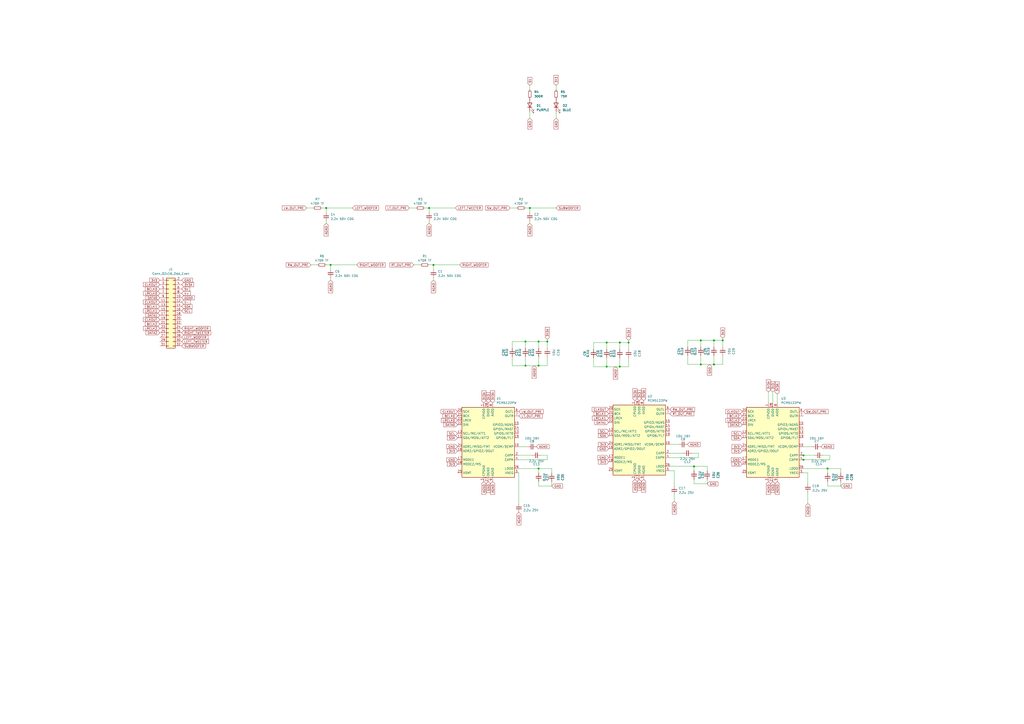
<source format=kicad_sch>
(kicad_sch (version 20231120) (generator "eeschema") (generator_version "8.0")
  (paper "A2")
  (lib_symbols
    (symbol "Audio:PCM5122PW"
      (property "Reference" "U" (at -13.97 21.59 0))
      (property "Value" "PCM5122PW" (at 10.16 21.59 0))
      (symbol "PCM5122PW_0_1"
        (rectangle (start -15.24 20.32) (end 15.24 -20.32) (stroke (width 0.254)) (fill (type background)))
      )
      (symbol "PCM5122PW_1_1"
        (pin power_in line (at -2.54 22.86 270) (length 2.54) (name "CPVDD") (number "1"))
        (pin bidirectional line (at 17.78 -2.54 180) (length 2.54) (name "VCOM/DEMP") (number "10"))
        (pin bidirectional line (at -17.78 2.54 0) (length 2.54) (name "SDA/MOSI/ATT2") (number "11"))
        (pin input line (at -17.78 5.08 0) (length 2.54) (name "SCL/MC/ATT1") (number "12"))
        (pin bidirectional line (at 17.78 5.08 180) (length 2.54) (name "GPIO5/ATT0") (number "13"))
        (pin bidirectional line (at 17.78 7.62 180) (length 2.54) (name "GPIO4/MAST") (number "14"))
        (pin bidirectional line (at 17.78 10.16 180) (length 2.54) (name "GPIO3/AGNS") (number "15"))
        (pin bidirectional line (at -17.78 -5.08 0) (length 2.54) (name "ADR2/GPIO2/DOUT") (number "16"))
        (pin input line (at -17.78 -10.16 0) (length 2.54) (name "MODE1") (number "17"))
        (pin input line (at -17.78 -12.7 0) (length 2.54) (name "MODE2/MS") (number "18"))
        (pin bidirectional line (at 17.78 2.54 180) (length 2.54) (name "GPIO6/FLT") (number "19"))
        (pin passive line (at 17.78 -7.62 180) (length 2.54) (name "CAPP") (number "2"))
        (pin input line (at -17.78 17.78 0) (length 2.54) (name "SCK") (number "20"))
        (pin bidirectional line (at -17.78 15.24 0) (length 2.54) (name "BCK") (number "21"))
        (pin input line (at -17.78 10.16 0) (length 2.54) (name "DIN") (number "22"))
        (pin bidirectional line (at -17.78 12.7 0) (length 2.54) (name "LRCK") (number "23"))
        (pin bidirectional line (at -17.78 -2.54 0) (length 2.54) (name "ADR1/MISO/FMT") (number "24"))
        (pin input line (at -17.78 -17.78 0) (length 2.54) (name "XSMT") (number "25"))
        (pin passive line (at 17.78 -15.24 180) (length 2.54) (name "LDOO") (number "26"))
        (pin power_in line (at 0 -22.86 90) (length 2.54) (name "DGND") (number "27"))
        (pin power_in line (at 0 22.86 270) (length 2.54) (name "DVDD") (number "28"))
        (pin power_in line (at -2.54 -22.86 90) (length 2.54) (name "CPGND") (number "3"))
        (pin passive line (at 17.78 -10.16 180) (length 2.54) (name "CAPM") (number "4"))
        (pin passive line (at 17.78 -17.78 180) (length 2.54) (name "VNEG") (number "5"))
        (pin output line (at 17.78 17.78 180) (length 2.54) (name "OUTL") (number "6"))
        (pin output line (at 17.78 15.24 180) (length 2.54) (name "OUTR") (number "7"))
        (pin power_in line (at 2.54 22.86 270) (length 2.54) (name "AVDD") (number "8"))
        (pin power_in line (at 2.54 -22.86 90) (length 2.54) (name "AGND") (number "9"))
      )
    )
    (symbol "Connector_Generic:Conn_02x16_Odd_Even" (pin_names (offset 1.016) hide)
      (property "Reference" "J" (at 1.27 20.32 0))
      (property "Value" "Conn_02x16_Odd_Even" (at 1.27 -22.86 0))
      (symbol "Conn_02x16_Odd_Even_1_1"
        (rectangle (start -1.27 -20.193) (end 0 -20.447) (stroke (width 0.1524)))
        (rectangle (start -1.27 -17.653) (end 0 -17.907) (stroke (width 0.1524)))
        (rectangle (start -1.27 -15.113) (end 0 -15.367) (stroke (width 0.1524)))
        (rectangle (start -1.27 -12.573) (end 0 -12.827) (stroke (width 0.1524)))
        (rectangle (start -1.27 -10.033) (end 0 -10.287) (stroke (width 0.1524)))
        (rectangle (start -1.27 -7.493) (end 0 -7.747) (stroke (width 0.1524)))
        (rectangle (start -1.27 -4.953) (end 0 -5.207) (stroke (width 0.1524)))
        (rectangle (start -1.27 -2.413) (end 0 -2.667) (stroke (width 0.1524)))
        (rectangle (start -1.27 0.127) (end 0 -0.127) (stroke (width 0.1524)))
        (rectangle (start -1.27 2.667) (end 0 2.413) (stroke (width 0.1524)))
        (rectangle (start -1.27 5.207) (end 0 4.953) (stroke (width 0.1524)))
        (rectangle (start -1.27 7.747) (end 0 7.493) (stroke (width 0.1524)))
        (rectangle (start -1.27 10.287) (end 0 10.033) (stroke (width 0.1524)))
        (rectangle (start -1.27 12.827) (end 0 12.573) (stroke (width 0.1524)))
        (rectangle (start -1.27 15.367) (end 0 15.113) (stroke (width 0.1524)))
        (rectangle (start -1.27 17.907) (end 0 17.653) (stroke (width 0.1524)))
        (rectangle (start -1.27 19.05) (end 3.81 -21.59) (stroke (width 0.254)) (fill (type background)))
        (rectangle (start 3.81 -20.193) (end 2.54 -20.447) (stroke (width 0.1524)))
        (rectangle (start 3.81 -17.653) (end 2.54 -17.907) (stroke (width 0.1524)))
        (rectangle (start 3.81 -15.113) (end 2.54 -15.367) (stroke (width 0.1524)))
        (rectangle (start 3.81 -12.573) (end 2.54 -12.827) (stroke (width 0.1524)))
        (rectangle (start 3.81 -10.033) (end 2.54 -10.287) (stroke (width 0.1524)))
        (rectangle (start 3.81 -7.493) (end 2.54 -7.747) (stroke (width 0.1524)))
        (rectangle (start 3.81 -4.953) (end 2.54 -5.207) (stroke (width 0.1524)))
        (rectangle (start 3.81 -2.413) (end 2.54 -2.667) (stroke (width 0.1524)))
        (rectangle (start 3.81 0.127) (end 2.54 -0.127) (stroke (width 0.1524)))
        (rectangle (start 3.81 2.667) (end 2.54 2.413) (stroke (width 0.1524)))
        (rectangle (start 3.81 5.207) (end 2.54 4.953) (stroke (width 0.1524)))
        (rectangle (start 3.81 7.747) (end 2.54 7.493) (stroke (width 0.1524)))
        (rectangle (start 3.81 10.287) (end 2.54 10.033) (stroke (width 0.1524)))
        (rectangle (start 3.81 12.827) (end 2.54 12.573) (stroke (width 0.1524)))
        (rectangle (start 3.81 15.367) (end 2.54 15.113) (stroke (width 0.1524)))
        (rectangle (start 3.81 17.907) (end 2.54 17.653) (stroke (width 0.1524)))
        (pin passive line (at -5.08 17.78 0) (length 3.81) (name "Pin_1") (number "1"))
        (pin passive line (at 7.62 7.62 180) (length 3.81) (name "Pin_10") (number "10"))
        (pin passive line (at -5.08 5.08 0) (length 3.81) (name "Pin_11") (number "11"))
        (pin passive line (at 7.62 5.08 180) (length 3.81) (name "Pin_12") (number "12"))
        (pin passive line (at -5.08 2.54 0) (length 3.81) (name "Pin_13") (number "13"))
        (pin passive line (at 7.62 2.54 180) (length 3.81) (name "Pin_14") (number "14"))
        (pin passive line (at -5.08 0 0) (length 3.81) (name "Pin_15") (number "15"))
        (pin passive line (at 7.62 0 180) (length 3.81) (name "Pin_16") (number "16"))
        (pin passive line (at -5.08 -2.54 0) (length 3.81) (name "Pin_17") (number "17"))
        (pin passive line (at 7.62 -2.54 180) (length 3.81) (name "Pin_18") (number "18"))
        (pin passive line (at -5.08 -5.08 0) (length 3.81) (name "Pin_19") (number "19"))
        (pin passive line (at 7.62 17.78 180) (length 3.81) (name "Pin_2") (number "2"))
        (pin passive line (at 7.62 -5.08 180) (length 3.81) (name "Pin_20") (number "20"))
        (pin passive line (at -5.08 -7.62 0) (length 3.81) (name "Pin_21") (number "21"))
        (pin passive line (at 7.62 -7.62 180) (length 3.81) (name "Pin_22") (number "22"))
        (pin passive line (at -5.08 -10.16 0) (length 3.81) (name "Pin_23") (number "23"))
        (pin passive line (at 7.62 -10.16 180) (length 3.81) (name "Pin_24") (number "24"))
        (pin passive line (at -5.08 -12.7 0) (length 3.81) (name "Pin_25") (number "25"))
        (pin passive line (at 7.62 -12.7 180) (length 3.81) (name "Pin_26") (number "26"))
        (pin passive line (at -5.08 -15.24 0) (length 3.81) (name "Pin_27") (number "27"))
        (pin passive line (at 7.62 -15.24 180) (length 3.81) (name "Pin_28") (number "28"))
        (pin passive line (at -5.08 -17.78 0) (length 3.81) (name "Pin_29") (number "29"))
        (pin passive line (at -5.08 15.24 0) (length 3.81) (name "Pin_3") (number "3"))
        (pin passive line (at 7.62 -17.78 180) (length 3.81) (name "Pin_30") (number "30"))
        (pin passive line (at -5.08 -20.32 0) (length 3.81) (name "Pin_31") (number "31"))
        (pin passive line (at 7.62 -20.32 180) (length 3.81) (name "Pin_32") (number "32"))
        (pin passive line (at 7.62 15.24 180) (length 3.81) (name "Pin_4") (number "4"))
        (pin passive line (at -5.08 12.7 0) (length 3.81) (name "Pin_5") (number "5"))
        (pin passive line (at 7.62 12.7 180) (length 3.81) (name "Pin_6") (number "6"))
        (pin passive line (at -5.08 10.16 0) (length 3.81) (name "Pin_7") (number "7"))
        (pin passive line (at 7.62 10.16 180) (length 3.81) (name "Pin_8") (number "8"))
        (pin passive line (at -5.08 7.62 0) (length 3.81) (name "Pin_9") (number "9"))
      )
    )
    (symbol "Device:C_Small" (pin_numbers hide) (pin_names (offset 0.254) hide)
      (property "Reference" "C" (at 0.254 1.778 0))
      (property "Value" "C_Small" (at 0.254 -2.032 0))
      (symbol "C_Small_0_1"
        (polyline (pts (xy -1.524 -0.508) (xy 1.524 -0.508)) (stroke (width 0.3302)))
        (polyline (pts (xy -1.524 0.508) (xy 1.524 0.508)) (stroke (width 0.3048)))
      )
      (symbol "C_Small_1_1"
        (pin passive line (at 0 2.54 270) (length 2.032) (name "~") (number "1"))
        (pin passive line (at 0 -2.54 90) (length 2.032) (name "~") (number "2"))
      )
    )
    (symbol "Device:LED" (pin_numbers hide) (pin_names (offset 1.016) hide)
      (property "Reference" "D" (at 0 2.54 0))
      (property "Value" "LED" (at 0 -2.54 0))
      (symbol "LED_0_1"
        (polyline (pts (xy -1.27 -1.27) (xy -1.27 1.27)) (stroke (width 0.254)))
        (polyline (pts (xy -1.27 0) (xy 1.27 0)))
        (polyline (pts (xy 1.27 -1.27) (xy 1.27 1.27) (xy -1.27 0) (xy 1.27 -1.27)) (stroke (width 0.254)))
        (polyline (pts (xy -3.048 -0.762) (xy -4.572 -2.286) (xy -3.81 -2.286) (xy -4.572 -2.286) (xy -4.572 -1.524)))
        (polyline (pts (xy -1.778 -0.762) (xy -3.302 -2.286) (xy -2.54 -2.286) (xy -3.302 -2.286) (xy -3.302 -1.524)))
      )
      (symbol "LED_1_1"
        (pin passive line (at -3.81 0 0) (length 2.54) (name "K") (number "1"))
        (pin passive line (at 3.81 0 180) (length 2.54) (name "A") (number "2"))
      )
    )
    (symbol "Device:R_Small" (pin_numbers hide) (pin_names (offset 0.254) hide)
      (property "Reference" "R" (at 0.762 0.508 0))
      (property "Value" "R_Small" (at 0.762 -1.016 0))
      (symbol "R_Small_0_1"
        (rectangle (start -0.762 1.778) (end 0.762 -1.778) (stroke (width 0.2032)))
      )
      (symbol "R_Small_1_1"
        (pin passive line (at 0 2.54 270) (length 0.762) (name "~") (number "1"))
        (pin passive line (at 0 -2.54 90) (length 0.762) (name "~") (number "2"))
      )
    )
  )
  (junction (at 312.42 198.12))
  (junction (at 191.77 153.67))
  (junction (at 406.5293 197.4327))
  (junction (at 351.9193 212.6727))
  (junction (at 480.06 271.78))
  (junction (at 364.6193 198.7027))
  (junction (at 248.92 120.65))
  (junction (at 466.09 264.16))
  (junction (at 317.5 198.12))
  (junction (at 312.42 212.09))
  (junction (at 304.8 198.12))
  (junction (at 406.5293 211.4027))
  (junction (at 466.09 266.7))
  (junction (at 359.5393 212.6727))
  (junction (at 414.1493 197.4327))
  (junction (at 304.8 212.09))
  (junction (at 351.9193 198.7027))
  (junction (at 312.42 271.78))
  (junction (at 251.46 153.67))
  (junction (at 402.59 270.51))
  (junction (at 414.1493 211.4027))
  (junction (at 419.2293 197.4327))
  (junction (at 189.23 120.65))
  (junction (at 359.5393 198.7027))
  (junction (at 307.34 120.65))
  (wire (pts (xy 487.68 281.94) (xy 487.68 279.4)))
  (wire (pts (xy 248.92 129.54) (xy 248.92 128.27)))
  (wire (pts (xy 466.09 271.78) (xy 480.06 271.78)))
  (wire (pts (xy 266.7 153.67) (xy 251.46 153.67)))
  (wire (pts (xy 388.62 270.51) (xy 402.59 270.51)))
  (wire (pts (xy 189.23 123.19) (xy 189.23 120.65)))
  (wire (pts (xy 344.2993 212.6727) (xy 344.2993 207.5927)))
  (wire (pts (xy 410.21 270.51) (xy 410.21 273.05)))
  (wire (pts (xy 393.7 257.81) (xy 388.62 257.81)))
  (wire (pts (xy 364.6193 198.7027) (xy 359.5393 198.7027)))
  (wire (pts (xy 344.2993 198.7027) (xy 344.2993 202.5127)))
  (wire (pts (xy 313.69 264.16) (xy 317.5 264.16)))
  (wire (pts (xy 406.5293 206.3227) (xy 406.5293 211.4027)))
  (wire (pts (xy 191.77 162.56) (xy 191.77 161.29)))
  (wire (pts (xy 466.09 264.16) (xy 464.82 264.16)))
  (wire (pts (xy 419.2293 197.4327) (xy 414.1493 197.4327)))
  (wire (pts (xy 300.99 274.32) (xy 300.99 292.1)))
  (wire (pts (xy 414.1493 197.4327) (xy 414.1493 201.2427)))
  (wire (pts (xy 320.04 271.78) (xy 320.04 274.32)))
  (wire (pts (xy 410.21 280.67) (xy 410.21 278.13)))
  (wire (pts (xy 307.34 68.58) (xy 307.34 64.77)))
  (wire (pts (xy 307.34 129.54) (xy 307.34 128.27)))
  (wire (pts (xy 312.42 198.12) (xy 304.8 198.12)))
  (wire (pts (xy 312.42 198.12) (xy 312.42 201.93)))
  (wire (pts (xy 401.32 262.89) (xy 405.13 262.89)))
  (wire (pts (xy 295.91 120.65) (xy 299.72 120.65)))
  (wire (pts (xy 402.59 270.51) (xy 402.59 273.05)))
  (wire (pts (xy 414.1493 211.4027) (xy 406.5293 211.4027)))
  (wire (pts (xy 207.01 153.67) (xy 191.77 153.67)))
  (wire (pts (xy 480.06 271.78) (xy 487.68 271.78)))
  (wire (pts (xy 351.9193 198.7027) (xy 344.2993 198.7027)))
  (wire (pts (xy 468.63 285.75) (xy 468.63 292.1)))
  (wire (pts (xy 445.77 227.33) (xy 445.77 233.68)))
  (wire (pts (xy 351.9193 198.7027) (xy 351.9193 202.5127)))
  (wire (pts (xy 317.5 264.16) (xy 317.5 266.7)))
  (wire (pts (xy 177.8 120.65) (xy 181.61 120.65)))
  (wire (pts (xy 251.46 156.21) (xy 251.46 153.67)))
  (wire (pts (xy 391.16 287.02) (xy 391.16 290.83)))
  (wire (pts (xy 448.31 227.33) (xy 448.31 233.68)))
  (wire (pts (xy 406.5293 197.4327) (xy 406.5293 201.2427)))
  (wire (pts (xy 312.42 281.94) (xy 312.42 279.4)))
  (wire (pts (xy 304.8 198.12) (xy 297.18 198.12)))
  (wire (pts (xy 251.46 162.56) (xy 251.46 161.29)))
  (wire (pts (xy 359.5393 198.7027) (xy 359.5393 202.5127)))
  (wire (pts (xy 322.58 120.65) (xy 307.34 120.65)))
  (wire (pts (xy 297.18 212.09) (xy 297.18 207.01)))
  (wire (pts (xy 359.5393 212.6727) (xy 351.9193 212.6727)))
  (wire (pts (xy 186.69 120.65) (xy 189.23 120.65)))
  (wire (pts (xy 402.59 270.51) (xy 410.21 270.51)))
  (wire (pts (xy 317.5 212.09) (xy 312.42 212.09)))
  (wire (pts (xy 414.1493 206.3227) (xy 414.1493 211.4027)))
  (wire (pts (xy 317.5 266.7) (xy 300.99 266.7)))
  (wire (pts (xy 191.77 156.21) (xy 191.77 153.67)))
  (wire (pts (xy 320.04 281.94) (xy 320.04 279.4)))
  (wire (pts (xy 398.9093 197.4327) (xy 398.9093 201.2427)))
  (wire (pts (xy 388.62 273.05) (xy 391.16 273.05)))
  (wire (pts (xy 351.9193 207.5927) (xy 351.9193 212.6727)))
  (wire (pts (xy 246.38 120.65) (xy 248.92 120.65)))
  (wire (pts (xy 405.13 262.89) (xy 405.13 265.43)))
  (wire (pts (xy 481.33 266.7) (xy 466.09 266.7)))
  (wire (pts (xy 359.5393 198.7027) (xy 351.9193 198.7027)))
  (wire (pts (xy 180.34 153.67) (xy 184.15 153.67)))
  (wire (pts (xy 419.2293 197.4327) (xy 419.2293 196.1627)))
  (wire (pts (xy 204.47 120.65) (xy 189.23 120.65)))
  (wire (pts (xy 308.61 264.16) (xy 300.99 264.16)))
  (wire (pts (xy 472.44 264.16) (xy 466.09 264.16)))
  (wire (pts (xy 237.49 120.65) (xy 241.3 120.65)))
  (wire (pts (xy 391.16 273.05) (xy 391.16 281.94)))
  (wire (pts (xy 364.6193 207.5927) (xy 364.6193 212.6727)))
  (wire (pts (xy 364.6193 198.7027) (xy 364.6193 197.4327)))
  (wire (pts (xy 419.2293 211.4027) (xy 414.1493 211.4027)))
  (wire (pts (xy 240.03 153.67) (xy 243.84 153.67)))
  (wire (pts (xy 406.5293 211.4027) (xy 398.9093 211.4027)))
  (wire (pts (xy 264.16 120.65) (xy 248.92 120.65)))
  (wire (pts (xy 364.6193 212.6727) (xy 359.5393 212.6727)))
  (wire (pts (xy 480.06 281.94) (xy 480.06 279.4)))
  (wire (pts (xy 304.8 207.01) (xy 304.8 212.09)))
  (wire (pts (xy 304.8 198.12) (xy 304.8 201.93)))
  (wire (pts (xy 307.34 49.53) (xy 307.34 52.07)))
  (wire (pts (xy 364.6193 202.5127) (xy 364.6193 198.7027)))
  (wire (pts (xy 419.2293 201.2427) (xy 419.2293 197.4327)))
  (wire (pts (xy 304.8 120.65) (xy 307.34 120.65)))
  (wire (pts (xy 312.42 271.78) (xy 312.42 274.32)))
  (wire (pts (xy 480.06 271.78) (xy 480.06 274.32)))
  (wire (pts (xy 317.5 207.01) (xy 317.5 212.09)))
  (wire (pts (xy 477.52 264.16) (xy 481.33 264.16)))
  (wire (pts (xy 414.1493 197.4327) (xy 406.5293 197.4327)))
  (wire (pts (xy 248.92 153.67) (xy 251.46 153.67)))
  (wire (pts (xy 405.13 265.43) (xy 388.62 265.43)))
  (wire (pts (xy 306.07 259.08) (xy 300.99 259.08)))
  (wire (pts (xy 312.42 207.01) (xy 312.42 212.09)))
  (wire (pts (xy 419.2293 206.3227) (xy 419.2293 211.4027)))
  (wire (pts (xy 402.59 280.67) (xy 402.59 278.13)))
  (wire (pts (xy 248.92 123.19) (xy 248.92 120.65)))
  (wire (pts (xy 466.09 274.32) (xy 468.63 274.32)))
  (wire (pts (xy 466.09 266.7) (xy 464.82 266.7)))
  (wire (pts (xy 320.04 281.94) (xy 312.42 281.94)))
  (wire (pts (xy 317.5 198.12) (xy 312.42 198.12)))
  (wire (pts (xy 468.63 274.32) (xy 468.63 280.67)))
  (wire (pts (xy 450.85 228.6) (xy 450.85 233.68)))
  (wire (pts (xy 359.5393 207.5927) (xy 359.5393 212.6727)))
  (wire (pts (xy 351.9193 212.6727) (xy 344.2993 212.6727)))
  (wire (pts (xy 189.23 153.67) (xy 191.77 153.67)))
  (wire (pts (xy 304.8 212.09) (xy 297.18 212.09)))
  (wire (pts (xy 396.24 262.89) (xy 388.62 262.89)))
  (wire (pts (xy 307.34 123.19) (xy 307.34 120.65)))
  (wire (pts (xy 297.18 198.12) (xy 297.18 201.93)))
  (wire (pts (xy 189.23 129.54) (xy 189.23 128.27)))
  (wire (pts (xy 481.33 264.16) (xy 481.33 266.7)))
  (wire (pts (xy 410.21 280.67) (xy 402.59 280.67)))
  (wire (pts (xy 487.68 271.78) (xy 487.68 274.32)))
  (wire (pts (xy 322.58 49.53) (xy 322.58 52.07)))
  (wire (pts (xy 300.99 271.78) (xy 312.42 271.78)))
  (wire (pts (xy 317.5 198.12) (xy 317.5 196.85)))
  (wire (pts (xy 317.5 201.93) (xy 317.5 198.12)))
  (wire (pts (xy 312.42 212.09) (xy 304.8 212.09)))
  (wire (pts (xy 406.5293 197.4327) (xy 398.9093 197.4327)))
  (wire (pts (xy 471.17 259.08) (xy 466.09 259.08)))
  (wire (pts (xy 322.58 68.58) (xy 322.58 64.77)))
  (wire (pts (xy 487.68 281.94) (xy 480.06 281.94)))
  (wire (pts (xy 398.9093 211.4027) (xy 398.9093 206.3227)))
  (wire (pts (xy 312.42 271.78) (xy 320.04 271.78)))
  (global_label "AGND" (shape input) (at 450.85 279.4 270) (property "Intersheetrefs" "${INTERSHEET_REFS}" (effects (hide yes))))
  (global_label "AGND" (shape input) (at 248.92 129.54 270) (property "Intersheetrefs" "${INTERSHEET_REFS}" (effects (hide yes))))
  (global_label "3V3A" (shape input) (at 317.5 196.85 90) (property "Intersheetrefs" "${INTERSHEET_REFS}" (effects (hide yes))))
  (global_label "BCLK1" (shape input) (at 353.06 240.03 180) (property "Intersheetrefs" "${INTERSHEET_REFS}" (effects (hide yes))))
  (global_label "DATA1" (shape input) (at 353.06 245.11 180) (property "Intersheetrefs" "${INTERSHEET_REFS}" (effects (hide yes))))
  (global_label "BCLK1" (shape input) (at 92.71 177.8 180) (property "Intersheetrefs" "${INTERSHEET_REFS}" (effects (hide yes))))
  (global_label "AGND" (shape input) (at 191.77 162.56 270) (property "Intersheetrefs" "${INTERSHEET_REFS}" (effects (hide yes))))
  (global_label "AGND" (shape input) (at 285.75 279.4 270) (property "Intersheetrefs" "${INTERSHEET_REFS}" (effects (hide yes))))
  (global_label "RIGHT_WOOFER" (shape input) (at 105.41 190.5 0) (property "Intersheetrefs" "${INTERSHEET_REFS}" (effects (hide yes))))
  (global_label "RW_OUT_PRE" (shape input) (at 388.62 237.49 0) (property "Intersheetrefs" "${INTERSHEET_REFS}" (effects (hide yes))))
  (global_label "LW_OUT_PRE" (shape input) (at 177.8 120.65 180) (property "Intersheetrefs" "${INTERSHEET_REFS}" (effects (hide yes))))
  (global_label "3V3" (shape input) (at 430.53 269.24 180) (property "Intersheetrefs" "${INTERSHEET_REFS}" (effects (hide yes))))
  (global_label "3V3A" (shape input) (at 445.77 227.33 90) (property "Intersheetrefs" "${INTERSHEET_REFS}" (effects (hide yes))))
  (global_label "3V3" (shape input) (at 370.84 232.41 90) (property "Intersheetrefs" "${INTERSHEET_REFS}" (effects (hide yes))))
  (global_label "V+" (shape input) (at 105.41 170.18 0) (property "Intersheetrefs" "${INTERSHEET_REFS}" (effects (hide yes))))
  (global_label "GND" (shape input) (at 322.58 68.58 270) (property "Intersheetrefs" "${INTERSHEET_REFS}" (effects (hide yes))))
  (global_label "GND" (shape input) (at 265.43 266.7 180) (property "Intersheetrefs" "${INTERSHEET_REFS}" (effects (hide yes))))
  (global_label "GND" (shape input) (at 353.06 260.35 180) (property "Intersheetrefs" "${INTERSHEET_REFS}" (effects (hide yes))))
  (global_label "RIGHT_WOOFER" (shape input) (at 207.01 153.67 0) (property "Intersheetrefs" "${INTERSHEET_REFS}" (effects (hide yes))))
  (global_label "5V" (shape input) (at 307.34 49.53 90) (property "Intersheetrefs" "${INTERSHEET_REFS}" (effects (hide yes))))
  (global_label "AGND" (shape input) (at 468.63 292.1 270) (property "Intersheetrefs" "${INTERSHEET_REFS}" (effects (hide yes))))
  (global_label "GND" (shape input) (at 410.21 280.67 0) (property "Intersheetrefs" "${INTERSHEET_REFS}" (effects (hide yes))))
  (global_label "3V3" (shape input) (at 265.43 261.62 180) (property "Intersheetrefs" "${INTERSHEET_REFS}" (effects (hide yes))))
  (global_label "3V3" (shape input) (at 419.2293 196.1627 90) (property "Intersheetrefs" "${INTERSHEET_REFS}" (effects (hide yes))))
  (global_label "AGND" (shape input) (at 251.46 162.56 270) (property "Intersheetrefs" "${INTERSHEET_REFS}" (effects (hide yes))))
  (global_label "AGND" (shape input) (at 445.77 279.4 270) (property "Intersheetrefs" "${INTERSHEET_REFS}" (effects (hide yes))))
  (global_label "AGND" (shape input) (at 311.15 259.08 0) (property "Intersheetrefs" "${INTERSHEET_REFS}" (effects (hide yes))))
  (global_label "GND" (shape input) (at 370.84 278.13 270) (property "Intersheetrefs" "${INTERSHEET_REFS}" (effects (hide yes))))
  (global_label "CLKOUT" (shape input) (at 92.71 175.26 180) (property "Intersheetrefs" "${INTERSHEET_REFS}" (effects (hide yes))))
  (global_label "3V3A" (shape input) (at 105.41 165.1 0) (property "Intersheetrefs" "${INTERSHEET_REFS}" (effects (hide yes))))
  (global_label "GND" (shape input) (at 283.21 279.4 270) (property "Intersheetrefs" "${INTERSHEET_REFS}" (effects (hide yes))))
  (global_label "GND" (shape input) (at 307.34 68.58 270) (property "Intersheetrefs" "${INTERSHEET_REFS}" (effects (hide yes))))
  (global_label "CLKOUT" (shape input) (at 353.06 237.49 180) (property "Intersheetrefs" "${INTERSHEET_REFS}" (effects (hide yes))))
  (global_label "AGND" (shape input) (at 373.38 278.13 270) (property "Intersheetrefs" "${INTERSHEET_REFS}" (effects (hide yes))))
  (global_label "3V3" (shape input) (at 430.53 259.08 180) (property "Intersheetrefs" "${INTERSHEET_REFS}" (effects (hide yes))))
  (global_label "LT_OUT_PRE" (shape input) (at 237.49 120.65 180) (property "Intersheetrefs" "${INTERSHEET_REFS}" (effects (hide yes))))
  (global_label "LRCLK0" (shape input) (at 92.71 170.18 180) (property "Intersheetrefs" "${INTERSHEET_REFS}" (effects (hide yes))))
  (global_label "SUBWOOFER" (shape input) (at 105.41 200.66 0) (property "Intersheetrefs" "${INTERSHEET_REFS}" (effects (hide yes))))
  (global_label "BCLK0" (shape input) (at 92.71 167.64 180) (property "Intersheetrefs" "${INTERSHEET_REFS}" (effects (hide yes))))
  (global_label "CLKOUT" (shape input) (at 265.43 238.76 180) (property "Intersheetrefs" "${INTERSHEET_REFS}" (effects (hide yes))))
  (global_label "SUBWOOFER" (shape input) (at 322.58 120.65 0) (property "Intersheetrefs" "${INTERSHEET_REFS}" (effects (hide yes))))
  (global_label "GND" (shape input) (at 430.53 266.7 180) (property "Intersheetrefs" "${INTERSHEET_REFS}" (effects (hide yes))))
  (global_label "SW_OUT_PRE" (shape input) (at 295.91 120.65 180) (property "Intersheetrefs" "${INTERSHEET_REFS}" (effects (hide yes))))
  (global_label "SDA" (shape input) (at 353.06 252.73 180) (property "Intersheetrefs" "${INTERSHEET_REFS}" (effects (hide yes))))
  (global_label "GND" (shape input) (at 411.6093 211.4027 270) (property "Intersheetrefs" "${INTERSHEET_REFS}" (effects (hide yes))))
  (global_label "CLKOUT" (shape input) (at 430.53 238.76 180) (property "Intersheetrefs" "${INTERSHEET_REFS}" (effects (hide yes))))
  (global_label "SCL" (shape input) (at 430.53 251.46 180) (property "Intersheetrefs" "${INTERSHEET_REFS}" (effects (hide yes))))
  (global_label "3V3A" (shape input) (at 364.6193 197.4327 90) (property "Intersheetrefs" "${INTERSHEET_REFS}" (effects (hide yes))))
  (global_label "SCL" (shape input) (at 265.43 251.46 180) (property "Intersheetrefs" "${INTERSHEET_REFS}" (effects (hide yes))))
  (global_label "3V3" (shape input) (at 283.21 233.68 90) (property "Intersheetrefs" "${INTERSHEET_REFS}" (effects (hide yes))))
  (global_label "AGND" (shape input) (at 391.16 290.83 270) (property "Intersheetrefs" "${INTERSHEET_REFS}" (effects (hide yes))))
  (global_label "BCLK2" (shape input) (at 430.53 241.3 180) (property "Intersheetrefs" "${INTERSHEET_REFS}" (effects (hide yes))))
  (global_label "AGND" (shape input) (at 309.88 212.09 270) (property "Intersheetrefs" "${INTERSHEET_REFS}" (effects (hide yes))))
  (global_label "SCL" (shape input) (at 105.41 180.34 0) (property "Intersheetrefs" "${INTERSHEET_REFS}" (effects (hide yes))))
  (global_label "3V3" (shape input) (at 265.43 269.24 180) (property "Intersheetrefs" "${INTERSHEET_REFS}" (effects (hide yes))))
  (global_label "5V" (shape input) (at 105.41 167.64 0) (property "Intersheetrefs" "${INTERSHEET_REFS}" (effects (hide yes))))
  (global_label "DATA2" (shape input) (at 92.71 193.04 180) (property "Intersheetrefs" "${INTERSHEET_REFS}" (effects (hide yes))))
  (global_label "AGND" (shape input) (at 189.23 129.54 270) (property "Intersheetrefs" "${INTERSHEET_REFS}" (effects (hide yes))))
  (global_label "RIGHT_WOOFER" (shape input) (at 266.7 153.67 0) (property "Intersheetrefs" "${INTERSHEET_REFS}" (effects (hide yes))))
  (global_label "LW_OUT_PRE" (shape input) (at 300.99 238.76 0) (property "Intersheetrefs" "${INTERSHEET_REFS}" (effects (hide yes))))
  (global_label "DATA0" (shape input) (at 265.43 246.38 180) (property "Intersheetrefs" "${INTERSHEET_REFS}" (effects (hide yes))))
  (global_label "3V3" (shape input) (at 353.06 257.81 180) (property "Intersheetrefs" "${INTERSHEET_REFS}" (effects (hide yes))))
  (global_label "BCLK0" (shape input) (at 265.43 241.3 180) (property "Intersheetrefs" "${INTERSHEET_REFS}" (effects (hide yes))))
  (global_label "AGND" (shape input) (at 368.3 278.13 270) (property "Intersheetrefs" "${INTERSHEET_REFS}" (effects (hide yes))))
  (global_label "3V3" (shape input) (at 322.58 49.53 90) (property "Intersheetrefs" "${INTERSHEET_REFS}" (effects (hide yes))))
  (global_label "GND" (shape input) (at 353.06 265.43 180) (property "Intersheetrefs" "${INTERSHEET_REFS}" (effects (hide yes))))
  (global_label "RIGHT_TWEETER" (shape input) (at 105.41 193.04 0) (property "Intersheetrefs" "${INTERSHEET_REFS}" (effects (hide yes))))
  (global_label "RT_OUT_PRE" (shape input) (at 388.62 240.03 0) (property "Intersheetrefs" "${INTERSHEET_REFS}" (effects (hide yes))))
  (global_label "AGND" (shape input) (at 356.9993 212.6727 270) (property "Intersheetrefs" "${INTERSHEET_REFS}" (effects (hide yes))))
  (global_label "3V3" (shape input) (at 92.71 162.56 180) (property "Intersheetrefs" "${INTERSHEET_REFS}" (effects (hide yes))))
  (global_label "GND" (shape input) (at 105.41 162.56 0) (property "Intersheetrefs" "${INTERSHEET_REFS}" (effects (hide yes))))
  (global_label "AGND" (shape input) (at 280.67 279.4 270) (property "Intersheetrefs" "${INTERSHEET_REFS}" (effects (hide yes))))
  (global_label "CLKOUT" (shape input) (at 92.71 165.1 180) (property "Intersheetrefs" "${INTERSHEET_REFS}" (effects (hide yes))))
  (global_label "LRCLK2" (shape input) (at 92.71 190.5 180) (property "Intersheetrefs" "${INTERSHEET_REFS}" (effects (hide yes))))
  (global_label "3V3" (shape input) (at 353.06 267.97 180) (property "Intersheetrefs" "${INTERSHEET_REFS}" (effects (hide yes))))
  (global_label "AGND" (shape input) (at 300.99 297.18 270) (property "Intersheetrefs" "${INTERSHEET_REFS}" (effects (hide yes))))
  (global_label "AGND" (shape input) (at 105.41 172.72 0) (property "Intersheetrefs" "${INTERSHEET_REFS}" (effects (hide yes))))
  (global_label "3V3" (shape input) (at 430.53 261.62 180) (property "Intersheetrefs" "${INTERSHEET_REFS}" (effects (hide yes))))
  (global_label "3V3A" (shape input) (at 285.75 233.68 90) (property "Intersheetrefs" "${INTERSHEET_REFS}" (effects (hide yes))))
  (global_label "SDA" (shape input) (at 265.43 254 180) (property "Intersheetrefs" "${INTERSHEET_REFS}" (effects (hide yes))))
  (global_label "GND" (shape input) (at 487.68 281.94 0) (property "Intersheetrefs" "${INTERSHEET_REFS}" (effects (hide yes))))
  (global_label "CLKOUT" (shape input) (at 92.71 185.42 180) (property "Intersheetrefs" "${INTERSHEET_REFS}" (effects (hide yes))))
  (global_label "GND" (shape input) (at 320.04 281.94 0) (property "Intersheetrefs" "${INTERSHEET_REFS}" (effects (hide yes))))
  (global_label "GND" (shape input) (at 448.31 279.4 270) (property "Intersheetrefs" "${INTERSHEET_REFS}" (effects (hide yes))))
  (global_label "SW_OUT_PRE" (shape input) (at 466.09 238.76 0) (property "Intersheetrefs" "${INTERSHEET_REFS}" (effects (hide yes))))
  (global_label "LRCLK1" (shape input) (at 353.06 242.57 180) (property "Intersheetrefs" "${INTERSHEET_REFS}" (effects (hide yes))))
  (global_label "LEFT_WOOFER" (shape input) (at 105.41 195.58 0) (property "Intersheetrefs" "${INTERSHEET_REFS}" (effects (hide yes))))
  (global_label "LT_OUT_PRE" (shape input) (at 300.99 241.3 0) (property "Intersheetrefs" "${INTERSHEET_REFS}" (effects (hide yes))))
  (global_label "LEFT_TWEETER" (shape input) (at 264.16 120.65 0) (property "Intersheetrefs" "${INTERSHEET_REFS}" (effects (hide yes))))
  (global_label "3V3A" (shape input) (at 450.85 228.6 90) (property "Intersheetrefs" "${INTERSHEET_REFS}" (effects (hide yes))))
  (global_label "DATA1" (shape input) (at 92.71 182.88 180) (property "Intersheetrefs" "${INTERSHEET_REFS}" (effects (hide yes))))
  (global_label "V-" (shape input) (at 105.41 175.26 0) (property "Intersheetrefs" "${INTERSHEET_REFS}" (effects (hide yes))))
  (global_label "AGND" (shape input) (at 398.78 257.81 0) (property "Intersheetrefs" "${INTERSHEET_REFS}" (effects (hide yes))))
  (global_label "AGND" (shape input) (at 307.34 129.54 270) (property "Intersheetrefs" "${INTERSHEET_REFS}" (effects (hide yes))))
  (global_label "AGND" (shape input) (at 476.25 259.08 0) (property "Intersheetrefs" "${INTERSHEET_REFS}" (effects (hide yes))))
  (global_label "SCL" (shape input) (at 353.06 250.19 180) (property "Intersheetrefs" "${INTERSHEET_REFS}" (effects (hide yes))))
  (global_label "LRCLK0" (shape input) (at 265.43 243.84 180) (property "Intersheetrefs" "${INTERSHEET_REFS}" (effects (hide yes))))
  (global_label "BCLK2" (shape input) (at 92.71 187.96 180) (property "Intersheetrefs" "${INTERSHEET_REFS}" (effects (hide yes))))
  (global_label "LRCLK1" (shape input) (at 92.71 180.34 180) (property "Intersheetrefs" "${INTERSHEET_REFS}" (effects (hide yes))))
  (global_label "RT_OUT_PRE" (shape input) (at 240.03 153.67 180) (property "Intersheetrefs" "${INTERSHEET_REFS}" (effects (hide yes))))
  (global_label "SDA" (shape input) (at 105.41 177.8 0) (property "Intersheetrefs" "${INTERSHEET_REFS}" (effects (hide yes))))
  (global_label "SDA" (shape input) (at 430.53 254 180) (property "Intersheetrefs" "${INTERSHEET_REFS}" (effects (hide yes))))
  (global_label "LEFT_TWEETER" (shape input) (at 105.41 198.12 0) (property "Intersheetrefs" "${INTERSHEET_REFS}" (effects (hide yes))))
  (global_label "RW_OUT_PRE" (shape input) (at 180.34 153.67 180) (property "Intersheetrefs" "${INTERSHEET_REFS}" (effects (hide yes))))
  (global_label "3V3A" (shape input) (at 368.3 232.41 90) (property "Intersheetrefs" "${INTERSHEET_REFS}" (effects (hide yes))))
  (global_label "3V3" (shape input) (at 448.31 227.33 90) (property "Intersheetrefs" "${INTERSHEET_REFS}" (effects (hide yes))))
  (global_label "DATA2" (shape input) (at 430.53 246.38 180) (property "Intersheetrefs" "${INTERSHEET_REFS}" (effects (hide yes))))
  (global_label "3V3A" (shape input) (at 280.67 233.68 90) (property "Intersheetrefs" "${INTERSHEET_REFS}" (effects (hide yes))))
  (global_label "LEFT_WOOFER" (shape input) (at 204.47 120.65 0) (property "Intersheetrefs" "${INTERSHEET_REFS}" (effects (hide yes))))
  (global_label "GND" (shape input) (at 265.43 259.08 180) (property "Intersheetrefs" "${INTERSHEET_REFS}" (effects (hide yes))))
  (global_label "DATA0" (shape input) (at 92.71 172.72 180) (property "Intersheetrefs" "${INTERSHEET_REFS}" (effects (hide yes))))
  (global_label "LRCLK2" (shape input) (at 430.53 243.84 180) (property "Intersheetrefs" "${INTERSHEET_REFS}" (effects (hide yes))))
  (global_label "3V3A" (shape input) (at 373.38 232.41 90) (property "Intersheetrefs" "${INTERSHEET_REFS}" (effects (hide yes))))
  (symbol (lib_id "Device:LED") (at 322.58 60.96 90) (unit 1)
    (property "Reference" "D2" (at 326.39 61.2774 90) (effects (justify right)))
    (property "Value" "BLUE" (at 326.39 63.8174 90) (effects (justify right)))
    (property "Footprint" "Diode_SMD:D_0805_2012Metric" (effects (hide yes)))
    (property "Description" "Light emitting diode" (effects (hide yes)))
  )
  (symbol (lib_id "Device:R_Small") (at 246.38 153.67 90) (unit 1)
    (property "Reference" "R1" (at 246.38 148.59 90))
    (property "Value" "470R TF" (at 246.38 151.13 90))
    (property "Footprint" "Capacitor_SMD:C_0805_2012Metric_Pad1.18x1.45mm_HandSolder" (effects (hide yes)))
    (property "Description" "Resistor, small symbol" (effects (hide yes)))
  )
  (symbol (lib_id "Device:C_Small") (at 308.61 259.08 90) (unit 1)
    (property "Reference" "C8" (at 308.61 256.032 90))
    (property "Value" "10U 16V" (at 308.61 254.254 90))
    (property "Footprint" "Capacitor_SMD:C_0805_2012Metric_Pad1.18x1.45mm_HandSolder" (effects (hide yes)))
    (property "Description" "Unpolarized capacitor, small symbol" (effects (hide yes)))
  )
  (symbol (lib_id "Device:C_Small") (at 410.21 275.59 0) (unit 1)
    (property "Reference" "C26" (at 416.56 275.5963 90))
    (property "Value" "10U" (at 414.02 275.5963 90))
    (property "Footprint" "Capacitor_SMD:C_1206_3216Metric_Pad1.33x1.80mm_HandSolder" (effects (hide yes)))
    (property "Description" "Unpolarized capacitor, small symbol" (effects (hide yes)))
  )
  (symbol (lib_id "Device:C_Small") (at 398.9093 203.7827 0) (unit 1)
    (property "Reference" "C24" (at 393.8293 203.7827 90))
    (property "Value" "0.1U" (at 395.6073 203.7827 90))
    (property "Footprint" "Capacitor_SMD:C_0805_2012Metric_Pad1.18x1.45mm_HandSolder" (effects (hide yes)))
    (property "Description" "Unpolarized capacitor, small symbol" (effects (hide yes)))
  )
  (symbol (lib_id "Device:C_Small") (at 189.23 125.73 180) (unit 1)
    (property "Reference" "C4" (at 191.77 124.4535 0) (effects (justify right)))
    (property "Value" "2.2n 50V C0G" (at 191.77 126.9935 0) (effects (justify right)))
    (property "Footprint" "Capacitor_SMD:C_0805_2012Metric_Pad1.18x1.45mm_HandSolder" (effects (hide yes)))
    (property "Description" "Unpolarized capacitor, small symbol" (effects (hide yes)))
  )
  (symbol (lib_id "Connector_Generic:Conn_02x16_Odd_Even") (at 97.79 180.34 0) (unit 1)
    (property "Reference" "J1" (at 99.06 156.21 0))
    (property "Value" "Conn_02x16_Odd_Even" (at 99.06 158.75 0))
    (property "Footprint" "Connector_PinHeader_2.54mm:PinHeader_2x16_P2.54mm_Vertical" (effects (hide yes)))
    (property "Description" "Generic connector, double row, 02x16, odd/even pin numbering scheme (row 1 odd numbers, row 2 even numbers), script generated (kicad-library-utils/schlib/autogen/connector/)" (effects (hide yes)))
  )
  (symbol (lib_id "Device:C_Small") (at 307.34 125.73 180) (unit 1)
    (property "Reference" "C2" (at 309.88 124.4535 0) (effects (justify right)))
    (property "Value" "2.2n 50V C0G" (at 309.88 126.9935 0) (effects (justify right)))
    (property "Footprint" "Capacitor_SMD:C_0805_2012Metric_Pad1.18x1.45mm_HandSolder" (effects (hide yes)))
    (property "Description" "Unpolarized capacitor, small symbol" (effects (hide yes)))
  )
  (symbol (lib_id "Device:C_Small") (at 396.24 257.81 90) (unit 1)
    (property "Reference" "C6" (at 396.24 254.762 90))
    (property "Value" "10U 16V" (at 396.24 252.984 90))
    (property "Footprint" "Capacitor_SMD:C_0805_2012Metric_Pad1.18x1.45mm_HandSolder" (effects (hide yes)))
    (property "Description" "Unpolarized capacitor, small symbol" (effects (hide yes)))
  )
  (symbol (lib_id "Audio:PCM5122PW") (at 283.21 256.54 0) (unit 1)
    (property "Reference" "U1" (at 287.9441 231.14 0) (effects (justify left)))
    (property "Value" "PCM5122PW" (at 287.9441 233.68 0) (effects (justify left)))
    (property "Footprint" "Package_SO:TSSOP-28_4.4x9.7mm_P0.65mm" (effects (hide yes)))
    (property "Datasheet" "http://www.ti.com/lit/ds/symlink/pcm5122.pdf" (effects (hide yes)))
    (property "Description" "2VRMS DirectPath, 112dB Audio Stereo DAC with 32-bit, 384kHz PCM Interface, TSSOP-28" (effects (hide yes)))
  )
  (symbol (lib_id "Device:R_Small") (at 243.84 120.65 90) (unit 1)
    (property "Reference" "R3" (at 243.84 115.57 90))
    (property "Value" "470R TF" (at 243.84 118.11 90))
    (property "Footprint" "Capacitor_SMD:C_0805_2012Metric_Pad1.18x1.45mm_HandSolder" (effects (hide yes)))
    (property "Description" "Resistor, small symbol" (effects (hide yes)))
  )
  (symbol (lib_id "Device:R_Small") (at 302.26 120.65 90) (unit 1)
    (property "Reference" "R2" (at 302.26 115.57 90))
    (property "Value" "470R TF" (at 302.26 118.11 90))
    (property "Footprint" "Capacitor_SMD:C_0805_2012Metric_Pad1.18x1.45mm_HandSolder" (effects (hide yes)))
    (property "Description" "Resistor, small symbol" (effects (hide yes)))
  )
  (symbol (lib_id "Device:C_Small") (at 311.15 264.16 90) (unit 1)
    (property "Reference" "C13" (at 311.15 269.24 90))
    (property "Value" "2.2u 25V" (at 311.15 267.462 90))
    (property "Footprint" "Capacitor_SMD:C_0805_2012Metric_Pad1.18x1.45mm_HandSolder" (effects (hide yes)))
    (property "Description" "Unpolarized capacitor, small symbol" (effects (hide yes)))
  )
  (symbol (lib_id "Device:C_Small") (at 344.2993 205.0527 0) (unit 1)
    (property "Reference" "C9" (at 339.2193 205.0527 90))
    (property "Value" "0.1U" (at 340.9973 205.0527 90))
    (property "Footprint" "Capacitor_SMD:C_0805_2012Metric_Pad1.18x1.45mm_HandSolder" (effects (hide yes)))
    (property "Description" "Unpolarized capacitor, small symbol" (effects (hide yes)))
  )
  (symbol (lib_id "Device:C_Small") (at 406.5293 203.7827 0) (unit 1)
    (property "Reference" "C23" (at 401.4493 203.7827 90))
    (property "Value" "0.1U" (at 403.2273 203.7827 90))
    (property "Footprint" "Capacitor_SMD:C_0805_2012Metric_Pad1.18x1.45mm_HandSolder" (effects (hide yes)))
    (property "Description" "Unpolarized capacitor, small symbol" (effects (hide yes)))
  )
  (symbol (lib_id "Device:C_Small") (at 414.1493 203.7827 0) (unit 1)
    (property "Reference" "C25" (at 409.0693 203.7827 90))
    (property "Value" "0.1U" (at 410.8473 203.7827 90))
    (property "Footprint" "Capacitor_SMD:C_0805_2012Metric_Pad1.18x1.45mm_HandSolder" (effects (hide yes)))
    (property "Description" "Unpolarized capacitor, small symbol" (effects (hide yes)))
  )
  (symbol (lib_id "Device:C_Small") (at 248.92 125.73 180) (unit 1)
    (property "Reference" "C3" (at 251.46 124.4535 0) (effects (justify right)))
    (property "Value" "2.2n 50V C0G" (at 251.46 126.9935 0) (effects (justify right)))
    (property "Footprint" "Capacitor_SMD:C_0805_2012Metric_Pad1.18x1.45mm_HandSolder" (effects (hide yes)))
    (property "Description" "Unpolarized capacitor, small symbol" (effects (hide yes)))
  )
  (symbol (lib_id "Device:C_Small") (at 480.06 276.86 180) (unit 1)
    (property "Reference" "C32" (at 485.14 276.86 90))
    (property "Value" "0.1U" (at 483.362 276.86 90))
    (property "Footprint" "Capacitor_SMD:C_0805_2012Metric_Pad1.18x1.45mm_HandSolder" (effects (hide yes)))
    (property "Description" "Unpolarized capacitor, small symbol" (effects (hide yes)))
  )
  (symbol (lib_id "Device:C_Small") (at 419.2293 203.7827 0) (unit 1)
    (property "Reference" "C29" (at 425.5793 203.789 90))
    (property "Value" "10U" (at 423.0393 203.789 90))
    (property "Footprint" "Capacitor_SMD:C_1206_3216Metric_Pad1.33x1.80mm_HandSolder" (effects (hide yes)))
    (property "Description" "Unpolarized capacitor, small symbol" (effects (hide yes)))
  )
  (symbol (lib_id "Audio:PCM5122PW") (at 370.84 255.27 0) (unit 1)
    (property "Reference" "U2" (at 375.5741 229.87 0) (effects (justify left)))
    (property "Value" "PCM5122PW" (at 375.5741 232.41 0) (effects (justify left)))
    (property "Footprint" "Package_SO:TSSOP-28_4.4x9.7mm_P0.65mm" (effects (hide yes)))
    (property "Datasheet" "http://www.ti.com/lit/ds/symlink/pcm5122.pdf" (effects (hide yes)))
    (property "Description" "2VRMS DirectPath, 112dB Audio Stereo DAC with 32-bit, 384kHz PCM Interface, TSSOP-28" (effects (hide yes)))
  )
  (symbol (lib_id "Device:C_Small") (at 191.77 158.75 180) (unit 1)
    (property "Reference" "C5" (at 194.31 157.4735 0) (effects (justify right)))
    (property "Value" "2.2n 50V C0G" (at 194.31 160.0135 0) (effects (justify right)))
    (property "Footprint" "Capacitor_SMD:C_0805_2012Metric_Pad1.18x1.45mm_HandSolder" (effects (hide yes)))
    (property "Description" "Unpolarized capacitor, small symbol" (effects (hide yes)))
  )
  (symbol (lib_id "Device:C_Small") (at 312.42 204.47 0) (unit 1)
    (property "Reference" "C22" (at 307.34 204.47 90))
    (property "Value" "0.1U" (at 309.118 204.47 90))
    (property "Footprint" "Capacitor_SMD:C_0805_2012Metric_Pad1.18x1.45mm_HandSolder" (effects (hide yes)))
    (property "Description" "Unpolarized capacitor, small symbol" (effects (hide yes)))
  )
  (symbol (lib_id "Device:C_Small") (at 468.63 283.21 180) (unit 1)
    (property "Reference" "C19" (at 471.17 281.9335 0) (effects (justify right)))
    (property "Value" "2.2u 25V" (at 471.17 284.4735 0) (effects (justify right)))
    (property "Footprint" "Capacitor_SMD:C_1206_3216Metric_Pad1.33x1.80mm_HandSolder" (effects (hide yes)))
    (property "Description" "Unpolarized capacitor, small symbol" (effects (hide yes)))
  )
  (symbol (lib_id "Device:R_Small") (at 184.15 120.65 90) (unit 1)
    (property "Reference" "R7" (at 184.15 115.57 90))
    (property "Value" "470R TF" (at 184.15 118.11 90))
    (property "Footprint" "Capacitor_SMD:C_0805_2012Metric_Pad1.18x1.45mm_HandSolder" (effects (hide yes)))
    (property "Description" "Resistor, small symbol" (effects (hide yes)))
  )
  (symbol (lib_id "Device:C_Small") (at 398.78 262.89 90) (unit 1)
    (property "Reference" "C12" (at 398.78 267.97 90))
    (property "Value" "2.2u 25V" (at 398.78 266.192 90))
    (property "Footprint" "Capacitor_SMD:C_0805_2012Metric_Pad1.18x1.45mm_HandSolder" (effects (hide yes)))
    (property "Description" "Unpolarized capacitor, small symbol" (effects (hide yes)))
  )
  (symbol (lib_id "Device:C_Small") (at 312.42 276.86 180) (unit 1)
    (property "Reference" "C27" (at 317.5 276.86 90))
    (property "Value" "0.1U" (at 315.722 276.86 90))
    (property "Footprint" "Capacitor_SMD:C_0805_2012Metric_Pad1.18x1.45mm_HandSolder" (effects (hide yes)))
    (property "Description" "Unpolarized capacitor, small symbol" (effects (hide yes)))
  )
  (symbol (lib_id "Device:C_Small") (at 473.71 259.08 90) (unit 1)
    (property "Reference" "C7" (at 473.71 256.032 90))
    (property "Value" "10U 16V" (at 473.71 254.254 90))
    (property "Footprint" "Capacitor_SMD:C_0805_2012Metric_Pad1.18x1.45mm_HandSolder" (effects (hide yes)))
    (property "Description" "Unpolarized capacitor, small symbol" (effects (hide yes)))
  )
  (symbol (lib_id "Device:R_Small") (at 307.34 54.61 0) (unit 1)
    (property "Reference" "R4" (at 309.88 53.3399 0) (effects (justify left)))
    (property "Value" "300R" (at 309.88 55.8799 0) (effects (justify left)))
    (property "Footprint" "Resistor_SMD:R_0603_1608Metric_Pad0.98x0.95mm_HandSolder" (effects (hide yes)))
    (property "Description" "Resistor, small symbol" (effects (hide yes)))
  )
  (symbol (lib_id "Device:C_Small") (at 351.9193 205.0527 0) (unit 1)
    (property "Reference" "C10" (at 346.8393 205.0527 90))
    (property "Value" "0.1U" (at 348.6173 205.0527 90))
    (property "Footprint" "Capacitor_SMD:C_0805_2012Metric_Pad1.18x1.45mm_HandSolder" (effects (hide yes)))
    (property "Description" "Unpolarized capacitor, small symbol" (effects (hide yes)))
  )
  (symbol (lib_id "Device:C_Small") (at 317.5 204.47 0) (unit 1)
    (property "Reference" "C16" (at 323.85 204.4763 90))
    (property "Value" "10U" (at 321.31 204.4763 90))
    (property "Footprint" "Capacitor_SMD:C_1206_3216Metric_Pad1.33x1.80mm_HandSolder" (effects (hide yes)))
    (property "Description" "Unpolarized capacitor, small symbol" (effects (hide yes)))
  )
  (symbol (lib_id "Device:C_Small") (at 251.46 158.75 180) (unit 1)
    (property "Reference" "C1" (at 254 157.4735 0) (effects (justify right)))
    (property "Value" "2.2n 50V C0G" (at 254 160.0135 0) (effects (justify right)))
    (property "Footprint" "Capacitor_SMD:C_0805_2012Metric_Pad1.18x1.45mm_HandSolder" (effects (hide yes)))
    (property "Description" "Unpolarized capacitor, small symbol" (effects (hide yes)))
  )
  (symbol (lib_id "Device:C_Small") (at 300.99 294.64 180) (unit 1)
    (property "Reference" "C15" (at 303.53 293.3635 0) (effects (justify right)))
    (property "Value" "2.2u 25V" (at 303.53 295.9035 0) (effects (justify right)))
    (property "Footprint" "Capacitor_SMD:C_1206_3216Metric_Pad1.33x1.80mm_HandSolder" (effects (hide yes)))
    (property "Description" "Unpolarized capacitor, small symbol" (effects (hide yes)))
  )
  (symbol (lib_id "Device:C_Small") (at 402.59 275.59 180) (unit 1)
    (property "Reference" "C31" (at 407.67 275.59 90))
    (property "Value" "0.1U" (at 405.892 275.59 90))
    (property "Footprint" "Capacitor_SMD:C_0805_2012Metric_Pad1.18x1.45mm_HandSolder" (effects (hide yes)))
    (property "Description" "Unpolarized capacitor, small symbol" (effects (hide yes)))
  )
  (symbol (lib_id "Device:C_Small") (at 474.98 264.16 90) (unit 1)
    (property "Reference" "C14" (at 474.98 269.24 90))
    (property "Value" "2.2u 25V" (at 474.98 267.462 90))
    (property "Footprint" "Capacitor_SMD:C_0805_2012Metric_Pad1.18x1.45mm_HandSolder" (effects (hide yes)))
    (property "Description" "Unpolarized capacitor, small symbol" (effects (hide yes)))
  )
  (symbol (lib_id "Audio:PCM5122PW") (at 448.31 256.54 0) (unit 1)
    (property "Reference" "U3" (at 453.0441 231.14 0) (effects (justify left)))
    (property "Value" "PCM5122PW" (at 453.0441 233.68 0) (effects (justify left)))
    (property "Footprint" "Package_SO:TSSOP-28_4.4x9.7mm_P0.65mm" (effects (hide yes)))
    (property "Datasheet" "http://www.ti.com/lit/ds/symlink/pcm5122.pdf" (effects (hide yes)))
    (property "Description" "2VRMS DirectPath, 112dB Audio Stereo DAC with 32-bit, 384kHz PCM Interface, TSSOP-28" (effects (hide yes)))
  )
  (symbol (lib_id "Device:C_Small") (at 297.18 204.47 0) (unit 1)
    (property "Reference" "C20" (at 292.1 204.47 90))
    (property "Value" "0.1U" (at 293.878 204.47 90))
    (property "Footprint" "Capacitor_SMD:C_0805_2012Metric_Pad1.18x1.45mm_HandSolder" (effects (hide yes)))
    (property "Description" "Unpolarized capacitor, small symbol" (effects (hide yes)))
  )
  (symbol (lib_id "Device:LED") (at 307.34 60.96 90) (unit 1)
    (property "Reference" "D1" (at 311.15 61.2774 90) (effects (justify right)))
    (property "Value" "PURPLE" (at 311.15 63.8174 90) (effects (justify right)))
    (property "Footprint" "Diode_SMD:D_0805_2012Metric" (effects (hide yes)))
    (property "Description" "Light emitting diode" (effects (hide yes)))
  )
  (symbol (lib_id "Device:R_Small") (at 186.69 153.67 90) (unit 1)
    (property "Reference" "R6" (at 186.69 148.59 90))
    (property "Value" "470R TF" (at 186.69 151.13 90))
    (property "Footprint" "Capacitor_SMD:C_0805_2012Metric_Pad1.18x1.45mm_HandSolder" (effects (hide yes)))
    (property "Description" "Resistor, small symbol" (effects (hide yes)))
  )
  (symbol (lib_id "Device:C_Small") (at 364.6193 205.0527 0) (unit 1)
    (property "Reference" "C18" (at 370.9693 205.059 90))
    (property "Value" "10U" (at 368.4293 205.059 90))
    (property "Footprint" "Capacitor_SMD:C_1206_3216Metric_Pad1.33x1.80mm_HandSolder" (effects (hide yes)))
    (property "Description" "Unpolarized capacitor, small symbol" (effects (hide yes)))
  )
  (symbol (lib_id "Device:C_Small") (at 320.04 276.86 0) (unit 1)
    (property "Reference" "C30" (at 326.39 276.8663 90))
    (property "Value" "10U" (at 323.85 276.8663 90))
    (property "Footprint" "Capacitor_SMD:C_1206_3216Metric_Pad1.33x1.80mm_HandSolder" (effects (hide yes)))
    (property "Description" "Unpolarized capacitor, small symbol" (effects (hide yes)))
  )
  (symbol (lib_id "Device:C_Small") (at 359.5393 205.0527 0) (unit 1)
    (property "Reference" "C11" (at 354.4593 205.0527 90))
    (property "Value" "0.1U" (at 356.2373 205.0527 90))
    (property "Footprint" "Capacitor_SMD:C_0805_2012Metric_Pad1.18x1.45mm_HandSolder" (effects (hide yes)))
    (property "Description" "Unpolarized capacitor, small symbol" (effects (hide yes)))
  )
  (symbol (lib_id "Device:R_Small") (at 322.58 54.61 0) (unit 1)
    (property "Reference" "R5" (at 325.12 53.3399 0) (effects (justify left)))
    (property "Value" "75R" (at 325.12 55.8799 0) (effects (justify left)))
    (property "Footprint" "Resistor_SMD:R_0603_1608Metric_Pad0.98x0.95mm_HandSolder" (effects (hide yes)))
    (property "Description" "Resistor, small symbol" (effects (hide yes)))
  )
  (symbol (lib_id "Device:C_Small") (at 304.8 204.47 0) (unit 1)
    (property "Reference" "C21" (at 299.72 204.47 90))
    (property "Value" "0.1U" (at 301.498 204.47 90))
    (property "Footprint" "Capacitor_SMD:C_0805_2012Metric_Pad1.18x1.45mm_HandSolder" (effects (hide yes)))
    (property "Description" "Unpolarized capacitor, small symbol" (effects (hide yes)))
  )
  (symbol (lib_id "Device:C_Small") (at 391.16 284.48 180) (unit 1)
    (property "Reference" "C17" (at 393.7 283.2035 0) (effects (justify right)))
    (property "Value" "2.2u 25V" (at 393.7 285.7435 0) (effects (justify right)))
    (property "Footprint" "Capacitor_SMD:C_1206_3216Metric_Pad1.33x1.80mm_HandSolder" (effects (hide yes)))
    (property "Description" "Unpolarized capacitor, small symbol" (effects (hide yes)))
  )
  (symbol (lib_id "Device:C_Small") (at 487.68 276.86 0) (unit 1)
    (property "Reference" "C28" (at 494.03 276.8663 90))
    (property "Value" "10U" (at 491.49 276.8663 90))
    (property "Footprint" "Capacitor_SMD:C_1206_3216Metric_Pad1.33x1.80mm_HandSolder" (effects (hide yes)))
    (property "Description" "Unpolarized capacitor, small symbol" (effects (hide yes)))
  )
)
</source>
